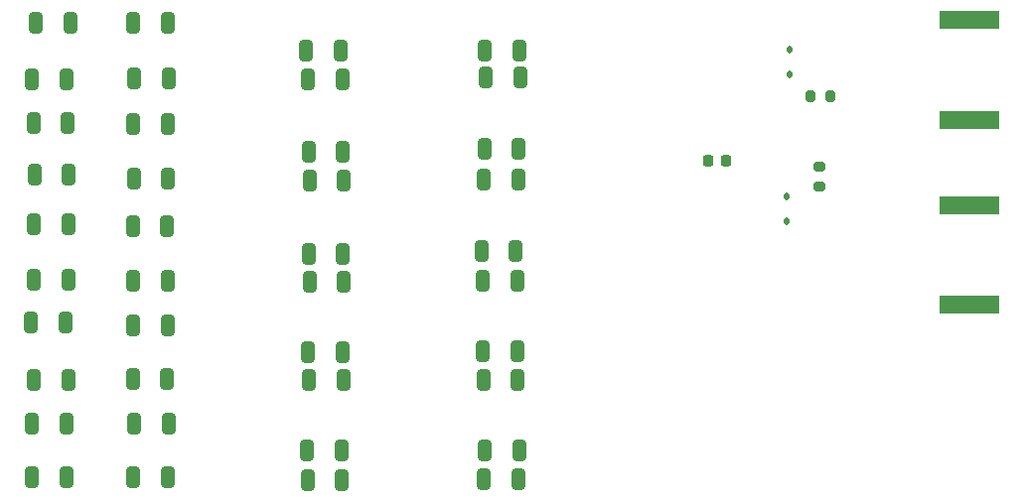
<source format=gbr>
%TF.GenerationSoftware,KiCad,Pcbnew,7.0.10*%
%TF.CreationDate,2024-04-14T10:08:43-05:00*%
%TF.ProjectId,txfilters,74786669-6c74-4657-9273-2e6b69636164,rev?*%
%TF.SameCoordinates,Original*%
%TF.FileFunction,Paste,Bot*%
%TF.FilePolarity,Positive*%
%FSLAX46Y46*%
G04 Gerber Fmt 4.6, Leading zero omitted, Abs format (unit mm)*
G04 Created by KiCad (PCBNEW 7.0.10) date 2024-04-14 10:08:43*
%MOMM*%
%LPD*%
G01*
G04 APERTURE LIST*
G04 Aperture macros list*
%AMRoundRect*
0 Rectangle with rounded corners*
0 $1 Rounding radius*
0 $2 $3 $4 $5 $6 $7 $8 $9 X,Y pos of 4 corners*
0 Add a 4 corners polygon primitive as box body*
4,1,4,$2,$3,$4,$5,$6,$7,$8,$9,$2,$3,0*
0 Add four circle primitives for the rounded corners*
1,1,$1+$1,$2,$3*
1,1,$1+$1,$4,$5*
1,1,$1+$1,$6,$7*
1,1,$1+$1,$8,$9*
0 Add four rect primitives between the rounded corners*
20,1,$1+$1,$2,$3,$4,$5,0*
20,1,$1+$1,$4,$5,$6,$7,0*
20,1,$1+$1,$6,$7,$8,$9,0*
20,1,$1+$1,$8,$9,$2,$3,0*%
G04 Aperture macros list end*
%ADD10R,5.080000X1.500000*%
%ADD11RoundRect,0.250000X-0.325000X-0.650000X0.325000X-0.650000X0.325000X0.650000X-0.325000X0.650000X0*%
%ADD12RoundRect,0.225000X-0.225000X-0.250000X0.225000X-0.250000X0.225000X0.250000X-0.225000X0.250000X0*%
%ADD13RoundRect,0.250000X0.325000X0.650000X-0.325000X0.650000X-0.325000X-0.650000X0.325000X-0.650000X0*%
%ADD14RoundRect,0.200000X-0.200000X-0.275000X0.200000X-0.275000X0.200000X0.275000X-0.200000X0.275000X0*%
%ADD15RoundRect,0.112500X0.112500X-0.187500X0.112500X0.187500X-0.112500X0.187500X-0.112500X-0.187500X0*%
%ADD16RoundRect,0.112500X-0.112500X0.187500X-0.112500X-0.187500X0.112500X-0.187500X0.112500X0.187500X0*%
%ADD17RoundRect,0.200000X-0.275000X0.200000X-0.275000X-0.200000X0.275000X-0.200000X0.275000X0.200000X0*%
G04 APERTURE END LIST*
D10*
%TO.C,J3*%
X182910000Y-123955000D03*
X182910000Y-132455000D03*
%TD*%
%TO.C,J2*%
X182960000Y-108145000D03*
X182960000Y-116645000D03*
%TD*%
D11*
%TO.C,C31*%
X141570000Y-119145000D03*
X144520000Y-119145000D03*
%TD*%
%TO.C,C19*%
X111590000Y-138805000D03*
X114540000Y-138805000D03*
%TD*%
D12*
%TO.C,C8*%
X160654000Y-120103000D03*
X162204000Y-120103000D03*
%TD*%
D13*
%TO.C,C33*%
X106080000Y-116885000D03*
X103130000Y-116885000D03*
%TD*%
D11*
%TO.C,C18*%
X126600000Y-138830000D03*
X129550000Y-138830000D03*
%TD*%
%TO.C,C1*%
X141670000Y-113055000D03*
X144620000Y-113055000D03*
%TD*%
%TO.C,C42*%
X141446000Y-136401000D03*
X144396000Y-136401000D03*
%TD*%
%TO.C,C45*%
X126460000Y-144893000D03*
X129410000Y-144893000D03*
%TD*%
%TO.C,C13*%
X141420000Y-130375000D03*
X144370000Y-130375000D03*
%TD*%
%TO.C,C36*%
X126584000Y-128081000D03*
X129534000Y-128081000D03*
%TD*%
D13*
%TO.C,C44*%
X105950000Y-147159000D03*
X103000000Y-147159000D03*
%TD*%
D11*
%TO.C,C17*%
X141480000Y-138815000D03*
X144430000Y-138815000D03*
%TD*%
%TO.C,C35*%
X141316000Y-127875000D03*
X144266000Y-127875000D03*
%TD*%
%TO.C,C23*%
X111610000Y-147145000D03*
X114560000Y-147145000D03*
%TD*%
%TO.C,C4*%
X126520000Y-113235000D03*
X129470000Y-113235000D03*
%TD*%
%TO.C,C7*%
X111670000Y-108395000D03*
X114620000Y-108395000D03*
%TD*%
%TO.C,C41*%
X126522000Y-136463000D03*
X129472000Y-136463000D03*
%TD*%
D13*
%TO.C,C34*%
X106166000Y-121319000D03*
X103216000Y-121319000D03*
%TD*%
D14*
%TO.C,R6*%
X169380000Y-114615000D03*
X171030000Y-114615000D03*
%TD*%
D15*
%TO.C,D1*%
X167340000Y-125271000D03*
X167340000Y-123171000D03*
%TD*%
D16*
%TO.C,D2*%
X167619000Y-110675000D03*
X167619000Y-112775000D03*
%TD*%
D11*
%TO.C,C5*%
X111700000Y-113105000D03*
X114650000Y-113105000D03*
%TD*%
%TO.C,C10*%
X126660000Y-121820000D03*
X129610000Y-121820000D03*
%TD*%
%TO.C,C24*%
X111740000Y-142605000D03*
X114690000Y-142605000D03*
%TD*%
%TO.C,C32*%
X126584000Y-119383000D03*
X129534000Y-119383000D03*
%TD*%
%TO.C,C46*%
X141600000Y-144859000D03*
X144550000Y-144859000D03*
%TD*%
D13*
%TO.C,C29*%
X105974000Y-113191000D03*
X103024000Y-113191000D03*
%TD*%
D11*
%TO.C,C21*%
X141550000Y-147285000D03*
X144500000Y-147285000D03*
%TD*%
%TO.C,C12*%
X111670000Y-116985000D03*
X114620000Y-116985000D03*
%TD*%
%TO.C,C15*%
X111670000Y-130385000D03*
X114620000Y-130385000D03*
%TD*%
%TO.C,C16*%
X111590000Y-125735000D03*
X114540000Y-125735000D03*
%TD*%
%TO.C,C25*%
X141632000Y-110747000D03*
X144582000Y-110747000D03*
%TD*%
%TO.C,C11*%
X111680000Y-121655000D03*
X114630000Y-121655000D03*
%TD*%
%TO.C,C9*%
X141540000Y-121765000D03*
X144490000Y-121765000D03*
%TD*%
D13*
%TO.C,C30*%
X106272000Y-108345000D03*
X103322000Y-108345000D03*
%TD*%
%TO.C,C39*%
X105888000Y-133951000D03*
X102938000Y-133951000D03*
%TD*%
D11*
%TO.C,C28*%
X126392000Y-110699000D03*
X129342000Y-110699000D03*
%TD*%
D13*
%TO.C,C37*%
X106104000Y-130305000D03*
X103154000Y-130305000D03*
%TD*%
%TO.C,C40*%
X106142000Y-138825000D03*
X103192000Y-138825000D03*
%TD*%
%TO.C,C43*%
X105950000Y-142539000D03*
X103000000Y-142539000D03*
%TD*%
D11*
%TO.C,C20*%
X111630000Y-134205000D03*
X114580000Y-134205000D03*
%TD*%
%TO.C,C14*%
X126660000Y-130465000D03*
X129610000Y-130465000D03*
%TD*%
D17*
%TO.C,R5*%
X170143000Y-120656000D03*
X170143000Y-122306000D03*
%TD*%
D13*
%TO.C,C38*%
X106142000Y-125521000D03*
X103192000Y-125521000D03*
%TD*%
D11*
%TO.C,C22*%
X126500000Y-147425000D03*
X129450000Y-147425000D03*
%TD*%
M02*

</source>
